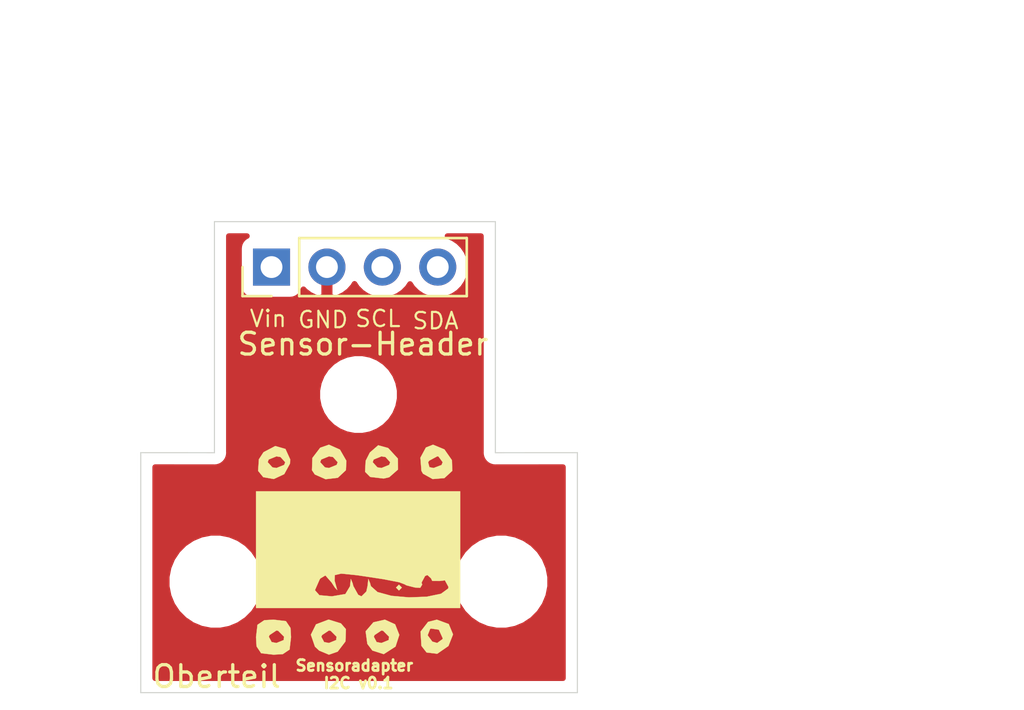
<source format=kicad_pcb>
(kicad_pcb (version 20171130) (host pcbnew "(5.1.8)-1")

  (general
    (thickness 1.6)
    (drawings 14)
    (tracks 3)
    (zones 0)
    (modules 5)
    (nets 5)
  )

  (page A4)
  (layers
    (0 F.Cu signal)
    (31 B.Cu signal)
    (32 B.Adhes user)
    (33 F.Adhes user)
    (34 B.Paste user)
    (35 F.Paste user)
    (36 B.SilkS user)
    (37 F.SilkS user)
    (38 B.Mask user)
    (39 F.Mask user)
    (40 Dwgs.User user)
    (41 Cmts.User user)
    (42 Eco1.User user)
    (43 Eco2.User user hide)
    (44 Edge.Cuts user)
    (45 Margin user)
    (46 B.CrtYd user)
    (47 F.CrtYd user)
    (48 B.Fab user)
    (49 F.Fab user)
  )

  (setup
    (last_trace_width 0.25)
    (trace_clearance 0.2)
    (zone_clearance 0.508)
    (zone_45_only no)
    (trace_min 0.2)
    (via_size 0.8)
    (via_drill 0.4)
    (via_min_size 0.4)
    (via_min_drill 0.3)
    (uvia_size 0.3)
    (uvia_drill 0.1)
    (uvias_allowed no)
    (uvia_min_size 0.2)
    (uvia_min_drill 0.1)
    (edge_width 0.05)
    (segment_width 0.2)
    (pcb_text_width 0.3)
    (pcb_text_size 1.5 1.5)
    (mod_edge_width 0.12)
    (mod_text_size 1 1)
    (mod_text_width 0.15)
    (pad_size 3.2 3.2)
    (pad_drill 3.2)
    (pad_to_mask_clearance 0.051)
    (solder_mask_min_width 0.25)
    (aux_axis_origin 0 0)
    (visible_elements 7FFFFFFF)
    (pcbplotparams
      (layerselection 0x010fc_ffffffff)
      (usegerberextensions false)
      (usegerberattributes false)
      (usegerberadvancedattributes false)
      (creategerberjobfile false)
      (excludeedgelayer true)
      (linewidth 0.100000)
      (plotframeref false)
      (viasonmask false)
      (mode 1)
      (useauxorigin false)
      (hpglpennumber 1)
      (hpglpenspeed 20)
      (hpglpendiameter 15.000000)
      (psnegative false)
      (psa4output false)
      (plotreference true)
      (plotvalue true)
      (plotinvisibletext false)
      (padsonsilk false)
      (subtractmaskfromsilk false)
      (outputformat 1)
      (mirror false)
      (drillshape 0)
      (scaleselection 1)
      (outputdirectory "Gerber_o/"))
  )

  (net 0 "")
  (net 1 GND)
  (net 2 Vin)
  (net 3 "Net-(Sensor-Header1-Pad3)")
  (net 4 "Net-(Sensor-Header1-Pad4)")

  (net_class Default "Dies ist die voreingestellte Netzklasse."
    (clearance 0.2)
    (trace_width 0.25)
    (via_dia 0.8)
    (via_drill 0.4)
    (uvia_dia 0.3)
    (uvia_drill 0.1)
    (add_net GND)
    (add_net "Net-(Sensor-Header1-Pad3)")
    (add_net "Net-(Sensor-Header1-Pad4)")
    (add_net Vin)
  )

  (module "Logo Attno.de:Logo_druck" (layer F.Cu) (tedit 0) (tstamp 5FB4F07C)
    (at 70.0786 81.534)
    (fp_text reference G*** (at 0 0) (layer F.SilkS) hide
      (effects (font (size 1.524 1.524) (thickness 0.3)))
    )
    (fp_text value LOGO (at 0.75 0) (layer F.SilkS) hide
      (effects (font (size 1.524 1.524) (thickness 0.3)))
    )
    (fp_poly (pts (xy -3.175028 3.274671) (xy -2.965626 3.587178) (xy -2.941053 4.010526) (xy -3.007304 4.578657)
      (xy -3.319811 4.788059) (xy -3.743158 4.812632) (xy -4.311289 4.746381) (xy -4.520691 4.433874)
      (xy -4.545264 4.010526) (xy -4.542926 3.990474) (xy -3.959281 3.990474) (xy -3.830217 4.234271)
      (xy -3.609474 4.277895) (xy -3.276715 4.142232) (xy -3.259667 3.990474) (xy -3.535693 3.714239)
      (xy -3.609474 3.703053) (xy -3.922973 3.911204) (xy -3.959281 3.990474) (xy -4.542926 3.990474)
      (xy -4.479013 3.442395) (xy -4.166506 3.232994) (xy -3.743158 3.208421) (xy -3.175028 3.274671)) (layer F.SilkS) (width 0.01))
    (fp_poly (pts (xy -0.654718 3.377959) (xy -0.425046 3.643362) (xy -0.445336 4.206313) (xy -0.802298 4.673505)
      (xy -1.203158 4.812632) (xy -1.650245 4.625796) (xy -1.843455 4.445467) (xy -1.999823 3.990474)
      (xy -1.552965 3.990474) (xy -1.423901 4.234271) (xy -1.203158 4.277895) (xy -0.870399 4.142232)
      (xy -0.853351 3.990474) (xy -1.129378 3.714239) (xy -1.203158 3.703053) (xy -1.516657 3.911204)
      (xy -1.552965 3.990474) (xy -1.999823 3.990474) (xy -2.031887 3.897179) (xy -1.795855 3.42208)
      (xy -1.233012 3.208837) (xy -1.203158 3.208421) (xy -0.654718 3.377959)) (layer F.SilkS) (width 0.01))
    (fp_poly (pts (xy 1.830489 3.420844) (xy 2.023085 3.906185) (xy 1.850749 4.436547) (xy 1.843454 4.445467)
      (xy 1.308609 4.788602) (xy 0.789363 4.623462) (xy 0.556657 4.318854) (xy 0.512481 3.990474)
      (xy 0.85335 3.990474) (xy 0.982414 4.234271) (xy 1.203157 4.277895) (xy 1.535916 4.142232)
      (xy 1.552964 3.990474) (xy 1.276938 3.714239) (xy 1.203157 3.703053) (xy 0.889659 3.911204)
      (xy 0.85335 3.990474) (xy 0.512481 3.990474) (xy 0.479001 3.74161) (xy 0.834794 3.328056)
      (xy 1.36171 3.208421) (xy 1.830489 3.420844)) (layer F.SilkS) (width 0.01))
    (fp_poly (pts (xy 4.289104 3.40888) (xy 4.485854 3.883973) (xy 4.275068 4.414984) (xy 3.760298 4.770967)
      (xy 3.272011 4.712338) (xy 3.03774 4.411579) (xy 3.005955 3.923658) (xy 3.321753 3.923658)
      (xy 3.535729 4.214069) (xy 3.758937 4.277895) (xy 4.005698 4.098505) (xy 4.010526 4.055088)
      (xy 3.836112 3.667614) (xy 3.47406 3.613807) (xy 3.434135 3.635217) (xy 3.321753 3.923658)
      (xy 3.005955 3.923658) (xy 2.995131 3.757507) (xy 3.340792 3.309889) (xy 3.743157 3.208421)
      (xy 4.289104 3.40888)) (layer F.SilkS) (width 0.01))
    (fp_poly (pts (xy 4.812631 2.673684) (xy -4.545264 2.673684) (xy -4.545264 1.85671) (xy -1.84514 1.85671)
      (xy -1.640977 2.086836) (xy -1.069474 2.138947) (xy -0.449193 2.032284) (xy -0.236914 1.678869)
      (xy -0.236354 1.671053) (xy -0.199008 1.341536) (xy -0.120086 1.531401) (xy -0.083065 1.671053)
      (xy 0.137174 2.067551) (xy 0.286972 2.138947) (xy 0.512231 1.91694) (xy 0.565751 1.671053)
      (xy 0.603097 1.341536) (xy 0.682019 1.531401) (xy 0.71904 1.671053) (xy 1.023883 1.942669)
      (xy 1.661629 2.1152) (xy 2.468428 2.186887) (xy 3.280431 2.155969) (xy 3.933785 2.020685)
      (xy 4.264641 1.779275) (xy 4.277894 1.709289) (xy 4.113499 1.405706) (xy 3.876842 1.43353)
      (xy 3.532945 1.431665) (xy 3.475789 1.312671) (xy 3.31091 1.162077) (xy 3.204059 1.205853)
      (xy 3.040408 1.51151) (xy 3.071649 1.599214) (xy 2.983308 1.745726) (xy 2.741799 1.73488)
      (xy 2.344973 1.633411) (xy 2.272631 1.590545) (xy 2.017938 1.492766) (xy 1.298922 1.353099)
      (xy 0.183184 1.184476) (xy 0.064366 1.16815) (xy -0.638136 1.095906) (xy -0.934809 1.164674)
      (xy -0.945218 1.415944) (xy -0.918078 1.509049) (xy -0.821817 1.851758) (xy -0.926927 1.742986)
      (xy -1.080524 1.50529) (xy -1.365887 1.180679) (xy -1.595147 1.317081) (xy -1.631354 1.371606)
      (xy -1.84514 1.85671) (xy -4.545264 1.85671) (xy -4.545264 -2.673684) (xy 4.812631 -2.673684)
      (xy 4.812631 2.673684)) (layer F.SilkS) (width 0.01))
    (fp_poly (pts (xy -3.196971 -4.616923) (xy -2.979926 -4.140395) (xy -2.989143 -3.94488) (xy -3.252289 -3.462408)
      (xy -3.731266 -3.239198) (xy -4.214277 -3.323615) (xy -4.449336 -3.611454) (xy -4.423182 -4.010526)
      (xy -4.010527 -4.010526) (xy -3.79397 -3.773323) (xy -3.609474 -3.743158) (xy -3.253669 -3.887529)
      (xy -3.208422 -4.010526) (xy -3.424979 -4.24773) (xy -3.609474 -4.277895) (xy -3.96528 -4.133524)
      (xy -4.010527 -4.010526) (xy -4.423182 -4.010526) (xy -4.414565 -4.142002) (xy -4.201504 -4.468872)
      (xy -3.662664 -4.7517) (xy -3.196971 -4.616923)) (layer F.SilkS) (width 0.01))
    (fp_poly (pts (xy -0.698937 -4.587399) (xy -0.404882 -4.076307) (xy -0.425046 -3.643362) (xy -0.795864 -3.295983)
      (xy -1.358492 -3.230802) (xy -1.850527 -3.44782) (xy -1.981271 -3.643362) (xy -1.968038 -4.010526)
      (xy -1.604211 -4.010526) (xy -1.387654 -3.773323) (xy -1.203158 -3.743158) (xy -0.847353 -3.887529)
      (xy -0.802106 -4.010526) (xy -1.018663 -4.24773) (xy -1.203158 -4.277895) (xy -1.558964 -4.133524)
      (xy -1.604211 -4.010526) (xy -1.968038 -4.010526) (xy -1.960981 -4.206313) (xy -1.604019 -4.673505)
      (xy -1.203158 -4.812632) (xy -0.698937 -4.587399)) (layer F.SilkS) (width 0.01))
    (fp_poly (pts (xy 1.497215 -4.664621) (xy 1.521708 -4.649808) (xy 1.958071 -4.173721) (xy 1.961382 -3.672715)
      (xy 1.558773 -3.320009) (xy 1.304155 -3.2608) (xy 0.68795 -3.334446) (xy 0.453572 -3.569022)
      (xy 0.476776 -4.010526) (xy 0.802105 -4.010526) (xy 1.018662 -3.773323) (xy 1.203157 -3.743158)
      (xy 1.558963 -3.887529) (xy 1.60421 -4.010526) (xy 1.387653 -4.24773) (xy 1.203157 -4.277895)
      (xy 0.847352 -4.133524) (xy 0.802105 -4.010526) (xy 0.476776 -4.010526) (xy 0.480169 -4.075083)
      (xy 0.671125 -4.452433) (xy 1.053407 -4.785038) (xy 1.497215 -4.664621)) (layer F.SilkS) (width 0.01))
    (fp_poly (pts (xy 4.089816 -4.595979) (xy 4.434735 -4.1028) (xy 4.449882 -3.612879) (xy 4.088167 -3.2809)
      (xy 3.55026 -3.237404) (xy 3.109036 -3.48305) (xy 3.03774 -3.609474) (xy 3.005379 -4.010526)
      (xy 3.342105 -4.010526) (xy 3.402717 -3.781632) (xy 3.593694 -3.743158) (xy 3.959511 -3.882751)
      (xy 4.010526 -4.010526) (xy 3.818628 -4.270242) (xy 3.758937 -4.277895) (xy 3.39683 -4.083545)
      (xy 3.342105 -4.010526) (xy 3.005379 -4.010526) (xy 2.988838 -4.215517) (xy 3.2409 -4.683255)
      (xy 3.568344 -4.812632) (xy 4.089816 -4.595979)) (layer F.SilkS) (width 0.01))
    (fp_poly (pts (xy 2.138947 1.737895) (xy 2.005263 1.871579) (xy 1.871578 1.737895) (xy 2.005263 1.60421)
      (xy 2.138947 1.737895)) (layer F.SilkS) (width 0.01))
  )

  (module MountingHole:MountingHole_3.2mm_M3_DIN965 (layer F.Cu) (tedit 56D1B4CB) (tstamp 5FB4EFA7)
    (at 76.776 83)
    (descr "Mounting Hole 3.2mm, no annular, M3, DIN965")
    (tags "mounting hole 3.2mm no annular m3 din965")
    (attr virtual)
    (fp_text reference REF** (at 0 -3.8) (layer F.SilkS) hide
      (effects (font (size 1 1) (thickness 0.15)))
    )
    (fp_text value MountingHole_3.2mm_M3_DIN965 (at 0 3.8) (layer F.Fab) hide
      (effects (font (size 1 1) (thickness 0.15)))
    )
    (fp_text user %R (at 0.3 0) (layer F.Fab)
      (effects (font (size 1 1) (thickness 0.15)))
    )
    (fp_circle (center 0 0) (end 2.8 0) (layer Cmts.User) (width 0.15))
    (fp_circle (center 0 0) (end 3.05 0) (layer F.CrtYd) (width 0.05))
    (pad 1 np_thru_hole circle (at 0 0) (size 3.2 3.2) (drill 3.2) (layers *.Cu *.Mask))
  )

  (module MountingHole:MountingHole_3.2mm_M3_DIN965 (layer F.Cu) (tedit 56D1B4CB) (tstamp 5FB4EF7C)
    (at 63.6778 83)
    (descr "Mounting Hole 3.2mm, no annular, M3, DIN965")
    (tags "mounting hole 3.2mm no annular m3 din965")
    (attr virtual)
    (fp_text reference REF** (at 0 -3.8) (layer F.SilkS) hide
      (effects (font (size 1 1) (thickness 0.15)))
    )
    (fp_text value MountingHole_3.2mm_M3_DIN965 (at 0 3.8) (layer F.Fab) hide
      (effects (font (size 1 1) (thickness 0.15)))
    )
    (fp_text user %R (at 0.3 0) (layer F.Fab) hide
      (effects (font (size 1 1) (thickness 0.15)))
    )
    (fp_circle (center 0 0) (end 2.8 0) (layer Cmts.User) (width 0.15))
    (fp_circle (center 0 0) (end 3.05 0) (layer F.CrtYd) (width 0.05))
    (pad 1 np_thru_hole circle (at 0 0) (size 3.2 3.2) (drill 3.2) (layers *.Cu *.Mask))
  )

  (module MountingHole:MountingHole_2.5mm (layer F.Cu) (tedit 56D1B4CB) (tstamp 5FB4EF20)
    (at 70.231 74.422)
    (descr "Mounting Hole 2.5mm, no annular")
    (tags "mounting hole 2.5mm no annular")
    (attr virtual)
    (fp_text reference REF** (at 0 -3.5) (layer F.SilkS) hide
      (effects (font (size 1 1) (thickness 0.15)))
    )
    (fp_text value MountingHole_2.5mm (at 0 3.5) (layer F.Fab) hide
      (effects (font (size 1 1) (thickness 0.15)))
    )
    (fp_text user %R (at 0.3 0) (layer F.Fab)
      (effects (font (size 1 1) (thickness 0.15)))
    )
    (fp_circle (center 0 0) (end 2.5 0) (layer Cmts.User) (width 0.15))
    (fp_circle (center 0 0) (end 2.75 0) (layer F.CrtYd) (width 0.05))
    (pad 1 np_thru_hole circle (at 0 0) (size 2.5 2.5) (drill 2.5) (layers *.Cu *.Mask))
  )

  (module Connector_PinHeader_2.54mm:PinHeader_1x04_P2.54mm_Vertical (layer F.Cu) (tedit 59FED5CC) (tstamp 5FB4E544)
    (at 66.2432 68.58 90)
    (descr "Through hole straight pin header, 1x04, 2.54mm pitch, single row")
    (tags "Through hole pin header THT 1x04 2.54mm single row")
    (path /5FB4E4E3)
    (fp_text reference Sensor-Header (at -3.5306 4.191 180) (layer F.SilkS)
      (effects (font (size 1 1) (thickness 0.15)))
    )
    (fp_text value Conn_01x04_Male (at -1.4732 27.686 90) (layer F.Fab)
      (effects (font (size 1 1) (thickness 0.15)))
    )
    (fp_line (start -0.635 -1.27) (end 1.27 -1.27) (layer F.Fab) (width 0.1))
    (fp_line (start 1.27 -1.27) (end 1.27 8.89) (layer F.Fab) (width 0.1))
    (fp_line (start 1.27 8.89) (end -1.27 8.89) (layer F.Fab) (width 0.1))
    (fp_line (start -1.27 8.89) (end -1.27 -0.635) (layer F.Fab) (width 0.1))
    (fp_line (start -1.27 -0.635) (end -0.635 -1.27) (layer F.Fab) (width 0.1))
    (fp_line (start -1.33 8.95) (end 1.33 8.95) (layer F.SilkS) (width 0.12))
    (fp_line (start -1.33 1.27) (end -1.33 8.95) (layer F.SilkS) (width 0.12))
    (fp_line (start 1.33 1.27) (end 1.33 8.95) (layer F.SilkS) (width 0.12))
    (fp_line (start -1.33 1.27) (end 1.33 1.27) (layer F.SilkS) (width 0.12))
    (fp_line (start -1.33 0) (end -1.33 -1.33) (layer F.SilkS) (width 0.12))
    (fp_line (start -1.33 -1.33) (end 0 -1.33) (layer F.SilkS) (width 0.12))
    (fp_line (start -1.8 -1.8) (end -1.8 9.4) (layer F.CrtYd) (width 0.05))
    (fp_line (start -1.8 9.4) (end 1.8 9.4) (layer F.CrtYd) (width 0.05))
    (fp_line (start 1.8 9.4) (end 1.8 -1.8) (layer F.CrtYd) (width 0.05))
    (fp_line (start 1.8 -1.8) (end -1.8 -1.8) (layer F.CrtYd) (width 0.05))
    (fp_text user %R (at -9.7028 28.6512) (layer F.Fab)
      (effects (font (size 1 1) (thickness 0.15)))
    )
    (pad 1 thru_hole rect (at 0 0 90) (size 1.7 1.7) (drill 1) (layers *.Cu *.Mask)
      (net 2 Vin))
    (pad 2 thru_hole oval (at 0 2.54 90) (size 1.7 1.7) (drill 1) (layers *.Cu *.Mask)
      (net 1 GND))
    (pad 3 thru_hole oval (at 0 5.08 90) (size 1.7 1.7) (drill 1) (layers *.Cu *.Mask)
      (net 3 "Net-(Sensor-Header1-Pad3)"))
    (pad 4 thru_hole oval (at 0 7.62 90) (size 1.7 1.7) (drill 1) (layers *.Cu *.Mask)
      (net 4 "Net-(Sensor-Header1-Pad4)"))
  )

  (gr_text SDA (at 73.7616 71.0438) (layer F.SilkS) (tstamp 5FB54C00)
    (effects (font (size 0.75 0.75) (thickness 0.1)))
  )
  (gr_text SCL (at 71.12 70.9422) (layer F.SilkS) (tstamp 5FB54BFC)
    (effects (font (size 0.75 0.75) (thickness 0.1)))
  )
  (gr_text GND (at 68.6054 70.993) (layer F.SilkS)
    (effects (font (size 0.75 0.75) (thickness 0.1)))
  )
  (gr_text Vin (at 66.0908 70.9422) (layer F.SilkS)
    (effects (font (size 0.75 0.75) (thickness 0.1)))
  )
  (gr_line (start 76.5048 77.089) (end 76.5048 66.4972) (layer Edge.Cuts) (width 0.05) (tstamp 5FB549E2))
  (gr_text "Sensoradapter \nI2C v0.1" (at 70.231 87.249) (layer F.SilkS)
    (effects (font (size 0.5 0.5) (thickness 0.125)))
  )
  (gr_text Oberteil (at 63.7286 87.3506) (layer F.SilkS)
    (effects (font (size 1 1) (thickness 0.15)))
  )
  (gr_line (start 60.2488 77.0872) (end 63.627 77.089) (layer Edge.Cuts) (width 0.05))
  (gr_line (start 80.264 77.0872) (end 76.5048 77.089) (layer Edge.Cuts) (width 0.05))
  (gr_line (start 63.627 77.089) (end 63.627 66.4972) (layer Edge.Cuts) (width 0.05) (tstamp 5FB1788D))
  (gr_line (start 63.627 66.4972) (end 76.5048 66.4972) (layer Edge.Cuts) (width 0.05))
  (gr_line (start 60.2488 77.0872) (end 60.2488 88.0872) (layer Edge.Cuts) (width 0.05))
  (gr_line (start 80.264 88.0872) (end 80.264 77.0872) (layer Edge.Cuts) (width 0.05))
  (gr_line (start 60.2488 88.0872) (end 80.264 88.0872) (layer Edge.Cuts) (width 0.05))

  (segment (start 66.294 68.6308) (end 66.2432 68.58) (width 0.25) (layer F.Cu) (net 2))
  (segment (start 73.914 68.6308) (end 73.8632 68.58) (width 0.25) (layer F.Cu) (net 4))
  (segment (start 71.374 68.6308) (end 71.3232 68.58) (width 0.25) (layer F.Cu) (net 3))

  (zone (net 1) (net_name GND) (layer F.Cu) (tstamp 0) (hatch edge 0.508)
    (connect_pads (clearance 0.508))
    (min_thickness 0.254)
    (fill yes (arc_segments 32) (thermal_gap 0.508) (thermal_bridge_width 0.508))
    (polygon
      (pts
        (xy 86.0298 88.8746) (xy 55.8038 88.646) (xy 53.7972 57.3024) (xy 85.725 56.3372)
      )
    )
    (filled_polygon
      (pts
        (xy 65.038706 67.199463) (xy 64.942015 67.278815) (xy 64.862663 67.375506) (xy 64.803698 67.48582) (xy 64.767388 67.605518)
        (xy 64.755128 67.73) (xy 64.755128 69.43) (xy 64.767388 69.554482) (xy 64.803698 69.67418) (xy 64.862663 69.784494)
        (xy 64.942015 69.881185) (xy 65.038706 69.960537) (xy 65.14902 70.019502) (xy 65.268718 70.055812) (xy 65.3932 70.068072)
        (xy 67.0932 70.068072) (xy 67.217682 70.055812) (xy 67.33738 70.019502) (xy 67.447694 69.960537) (xy 67.544385 69.881185)
        (xy 67.623737 69.784494) (xy 67.682702 69.67418) (xy 67.707166 69.593534) (xy 67.782931 69.677588) (xy 68.01628 69.851641)
        (xy 68.279101 69.976825) (xy 68.42631 70.021476) (xy 68.6562 69.900155) (xy 68.6562 68.707) (xy 68.6362 68.707)
        (xy 68.6362 68.453) (xy 68.6562 68.453) (xy 68.6562 68.433) (xy 68.9102 68.433) (xy 68.9102 68.453)
        (xy 68.9302 68.453) (xy 68.9302 68.707) (xy 68.9102 68.707) (xy 68.9102 69.900155) (xy 69.14009 70.021476)
        (xy 69.287299 69.976825) (xy 69.55012 69.851641) (xy 69.783469 69.677588) (xy 69.978378 69.461355) (xy 70.048005 69.344466)
        (xy 70.169725 69.526632) (xy 70.376568 69.733475) (xy 70.619789 69.89599) (xy 70.890042 70.007932) (xy 71.17694 70.065)
        (xy 71.46946 70.065) (xy 71.756358 70.007932) (xy 72.026611 69.89599) (xy 72.269832 69.733475) (xy 72.476675 69.526632)
        (xy 72.5932 69.35224) (xy 72.709725 69.526632) (xy 72.916568 69.733475) (xy 73.159789 69.89599) (xy 73.430042 70.007932)
        (xy 73.71694 70.065) (xy 74.00946 70.065) (xy 74.296358 70.007932) (xy 74.566611 69.89599) (xy 74.809832 69.733475)
        (xy 75.016675 69.526632) (xy 75.17919 69.283411) (xy 75.291132 69.013158) (xy 75.3482 68.72626) (xy 75.3482 68.43374)
        (xy 75.291132 68.146842) (xy 75.17919 67.876589) (xy 75.016675 67.633368) (xy 74.809832 67.426525) (xy 74.566611 67.26401)
        (xy 74.308748 67.1572) (xy 75.844801 67.1572) (xy 75.8448 77.056748) (xy 75.841608 77.089317) (xy 75.847816 77.152039)
        (xy 75.85435 77.218382) (xy 75.854398 77.218539) (xy 75.854413 77.218694) (xy 75.87297 77.279762) (xy 75.89209 77.342792)
        (xy 75.892166 77.342934) (xy 75.892212 77.343086) (xy 75.92256 77.399798) (xy 75.953375 77.457449) (xy 75.953478 77.457574)
        (xy 75.953552 77.457713) (xy 75.994043 77.507004) (xy 76.035852 77.557948) (xy 76.035978 77.558051) (xy 76.036077 77.558172)
        (xy 76.085018 77.598298) (xy 76.13635 77.640425) (xy 76.136495 77.640502) (xy 76.136615 77.640601) (xy 76.192502 77.670439)
        (xy 76.251007 77.70171) (xy 76.251163 77.701757) (xy 76.251301 77.701831) (xy 76.311775 77.720144) (xy 76.375417 77.73945)
        (xy 76.375581 77.739466) (xy 76.375729 77.739511) (xy 76.438817 77.745694) (xy 76.5048 77.752193) (xy 76.537381 77.748984)
        (xy 79.604001 77.747516) (xy 79.604 87.4272) (xy 60.9088 87.4272) (xy 60.9088 82.779872) (xy 61.4428 82.779872)
        (xy 61.4428 83.220128) (xy 61.52869 83.651925) (xy 61.697169 84.058669) (xy 61.941762 84.424729) (xy 62.253071 84.736038)
        (xy 62.619131 84.980631) (xy 63.025875 85.14911) (xy 63.457672 85.235) (xy 63.897928 85.235) (xy 64.329725 85.14911)
        (xy 64.736469 84.980631) (xy 65.102529 84.736038) (xy 65.413838 84.424729) (xy 65.658431 84.058669) (xy 65.82691 83.651925)
        (xy 65.9128 83.220128) (xy 65.9128 82.779872) (xy 74.541 82.779872) (xy 74.541 83.220128) (xy 74.62689 83.651925)
        (xy 74.795369 84.058669) (xy 75.039962 84.424729) (xy 75.351271 84.736038) (xy 75.717331 84.980631) (xy 76.124075 85.14911)
        (xy 76.555872 85.235) (xy 76.996128 85.235) (xy 77.427925 85.14911) (xy 77.834669 84.980631) (xy 78.200729 84.736038)
        (xy 78.512038 84.424729) (xy 78.756631 84.058669) (xy 78.92511 83.651925) (xy 79.011 83.220128) (xy 79.011 82.779872)
        (xy 78.92511 82.348075) (xy 78.756631 81.941331) (xy 78.512038 81.575271) (xy 78.200729 81.263962) (xy 77.834669 81.019369)
        (xy 77.427925 80.85089) (xy 76.996128 80.765) (xy 76.555872 80.765) (xy 76.124075 80.85089) (xy 75.717331 81.019369)
        (xy 75.351271 81.263962) (xy 75.039962 81.575271) (xy 74.795369 81.941331) (xy 74.62689 82.348075) (xy 74.541 82.779872)
        (xy 65.9128 82.779872) (xy 65.82691 82.348075) (xy 65.658431 81.941331) (xy 65.413838 81.575271) (xy 65.102529 81.263962)
        (xy 64.736469 81.019369) (xy 64.329725 80.85089) (xy 63.897928 80.765) (xy 63.457672 80.765) (xy 63.025875 80.85089)
        (xy 62.619131 81.019369) (xy 62.253071 81.263962) (xy 61.941762 81.575271) (xy 61.697169 81.941331) (xy 61.52869 82.348075)
        (xy 61.4428 82.779872) (xy 60.9088 82.779872) (xy 60.9088 77.747551) (xy 63.594403 77.748983) (xy 63.627 77.752193)
        (xy 63.692475 77.745744) (xy 63.756035 77.739518) (xy 63.756201 77.739468) (xy 63.756382 77.73945) (xy 63.819231 77.720385)
        (xy 63.880466 77.701845) (xy 63.880623 77.701761) (xy 63.880792 77.70171) (xy 63.9381 77.671078) (xy 63.995155 77.640621)
        (xy 63.995291 77.640509) (xy 63.995449 77.640425) (xy 64.046717 77.59835) (xy 64.095697 77.558197) (xy 64.095805 77.558065)
        (xy 64.095948 77.557948) (xy 64.138423 77.506192) (xy 64.178228 77.457743) (xy 64.178309 77.457591) (xy 64.178425 77.45745)
        (xy 64.209736 77.398871) (xy 64.239574 77.343119) (xy 64.239624 77.342953) (xy 64.23971 77.342793) (xy 64.25904 77.279071)
        (xy 64.27738 77.218729) (xy 64.277397 77.218558) (xy 64.27745 77.218383) (xy 64.28398 77.152086) (xy 64.290192 77.089353)
        (xy 64.287 77.056766) (xy 64.287 74.236344) (xy 68.346 74.236344) (xy 68.346 74.607656) (xy 68.418439 74.971834)
        (xy 68.560534 75.314882) (xy 68.766825 75.623618) (xy 69.029382 75.886175) (xy 69.338118 76.092466) (xy 69.681166 76.234561)
        (xy 70.045344 76.307) (xy 70.416656 76.307) (xy 70.780834 76.234561) (xy 71.123882 76.092466) (xy 71.432618 75.886175)
        (xy 71.695175 75.623618) (xy 71.901466 75.314882) (xy 72.043561 74.971834) (xy 72.116 74.607656) (xy 72.116 74.236344)
        (xy 72.043561 73.872166) (xy 71.901466 73.529118) (xy 71.695175 73.220382) (xy 71.432618 72.957825) (xy 71.123882 72.751534)
        (xy 70.780834 72.609439) (xy 70.416656 72.537) (xy 70.045344 72.537) (xy 69.681166 72.609439) (xy 69.338118 72.751534)
        (xy 69.029382 72.957825) (xy 68.766825 73.220382) (xy 68.560534 73.529118) (xy 68.418439 73.872166) (xy 68.346 74.236344)
        (xy 64.287 74.236344) (xy 64.287 67.1572) (xy 65.117773 67.1572)
      )
    )
  )
)

</source>
